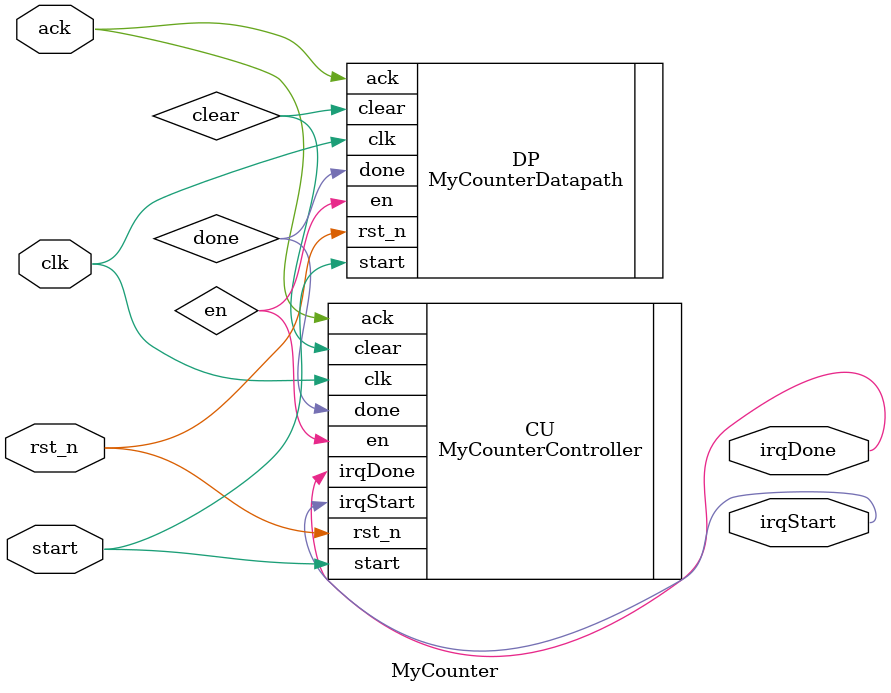
<source format=v>
module MyCounter #(parameter STOP = 10) ( 
    clk,
    rst_n,
    // input
    start,
    ack,
    // output
    irqStart,
    irqDone
);

    input clk, rst_n, start, ack;
    output irqStart, irqDone;

    wire en, clear, done;

    MyCounterController CU (
        .clk(clk),
        .rst_n(rst_n),
        .start(start),
        .ack(ack),
        .en(en),
        .clear(clear),
        .done(done),
        .irqStart(irqStart),
        .irqDone(irqDone)
    );

    MyCounterDatapath #(STOP) DP (
        .clk(clk),
        .rst_n(rst_n),
        .start(start),
        .ack(ack),
        .en(en),
        .clear(clear),
        .done(done)
    );

endmodule

</source>
